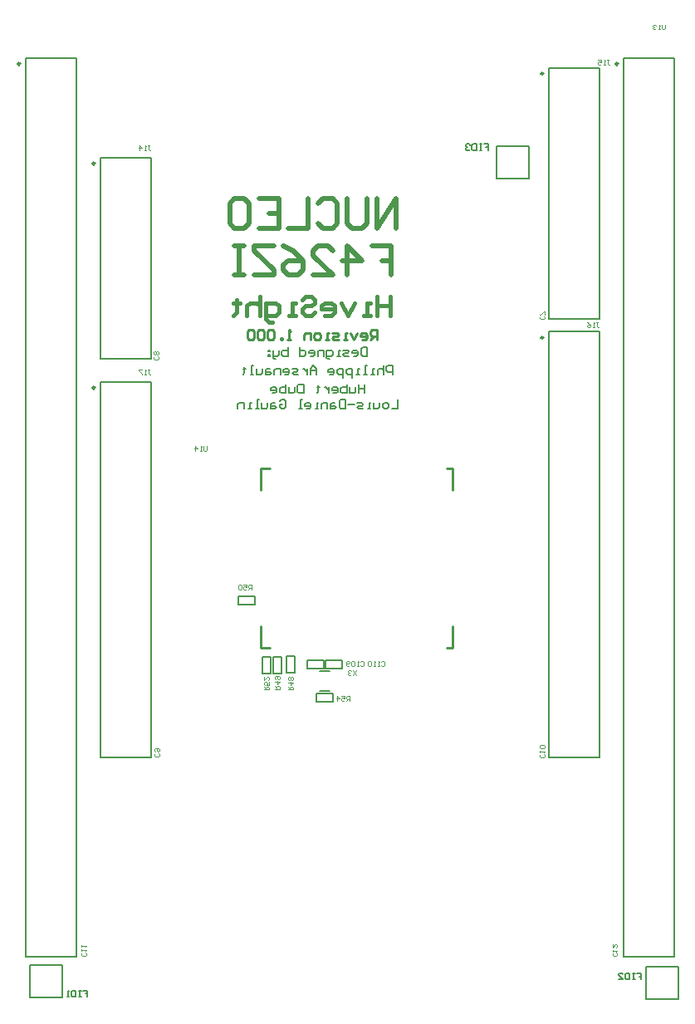
<source format=gbo>
G04*
G04 #@! TF.GenerationSoftware,Altium Limited,Altium Designer,20.1.11 (218)*
G04*
G04 Layer_Color=32896*
%FSLAX24Y24*%
%MOIN*%
G70*
G04*
G04 #@! TF.SameCoordinates,770896B2-6F71-4FE4-8A08-8FF8A83ACC75*
G04*
G04*
G04 #@! TF.FilePolarity,Positive*
G04*
G01*
G75*
%ADD11C,0.0100*%
%ADD12C,0.0098*%
%ADD13C,0.0050*%
%ADD14C,0.0197*%
%ADD17C,0.0060*%
%ADD18C,0.0080*%
%ADD19C,0.0070*%
%ADD23C,0.0047*%
%ADD204C,0.0157*%
%ADD239C,0.0090*%
D11*
X17918Y23261D02*
Y24130D01*
X17705D02*
X17918D01*
X10236Y23261D02*
Y24130D01*
X10580D01*
X10216Y23261D02*
Y24130D01*
X10560D01*
X17918Y16907D02*
Y17775D01*
X17705Y16907D02*
X17918D01*
X10236Y23262D02*
Y24130D01*
X10580D01*
X10236Y16907D02*
Y17775D01*
Y16907D02*
X10580D01*
D12*
X24574Y40363D02*
G03*
X24574Y40363I-50J0D01*
G01*
X21574Y39973D02*
G03*
X21574Y39973I-50J0D01*
G01*
Y29373D02*
G03*
X21574Y29373I-50J0D01*
G01*
X3575Y36363D02*
G03*
X3575Y36363I-50J0D01*
G01*
X575Y40363D02*
G03*
X575Y40363I-50J0D01*
G01*
X3575Y27363D02*
G03*
X3575Y27363I-50J0D01*
G01*
D13*
X25681Y2825D02*
Y4125D01*
X26981Y2825D02*
Y4125D01*
X25681Y2825D02*
X26981D01*
X25681Y4125D02*
X26981D01*
X19687Y35755D02*
Y37055D01*
X20987Y35755D02*
Y37055D01*
X19687Y35755D02*
X20987D01*
X19687Y37055D02*
X20987D01*
X951Y2901D02*
Y4201D01*
X2251Y2901D02*
Y4201D01*
X951Y2901D02*
X2251D01*
X951Y4201D02*
X2251D01*
X12604Y15998D02*
X13011Y15993D01*
X12596Y15202D02*
X13004Y15198D01*
X12469Y14768D02*
X13138D01*
X12469Y15103D02*
X13138D01*
X12469Y14768D02*
Y15103D01*
X13138Y14768D02*
Y15103D01*
X12839Y16091D02*
X13508D01*
X12839Y16426D02*
X13508D01*
X12839Y16091D02*
Y16426D01*
X13508Y16091D02*
Y16426D01*
X12107D02*
X12777D01*
X12107Y16091D02*
X12777D01*
Y16426D01*
X12107Y16091D02*
Y16426D01*
X9998Y18648D02*
Y18982D01*
X9329Y18648D02*
Y18982D01*
X9998D01*
X9329Y18648D02*
X9998D01*
X11580Y15911D02*
Y16580D01*
X11245Y15911D02*
Y16580D01*
Y15911D02*
X11580D01*
X11245Y16580D02*
X11580D01*
X11077Y15900D02*
Y16569D01*
X10743Y15900D02*
Y16569D01*
Y15900D02*
X11077D01*
X10743Y16569D02*
X11077D01*
X10290Y15900D02*
X10625D01*
X10290Y16569D02*
X10625D01*
Y15900D02*
Y16569D01*
X10290Y15900D02*
Y16569D01*
D14*
X15670Y33767D02*
Y34948D01*
X14883Y33767D01*
Y34948D01*
X14489D02*
Y33964D01*
X14292Y33767D01*
X13899D01*
X13702Y33964D01*
Y34948D01*
X12521Y34751D02*
X12718Y34948D01*
X13112D01*
X13308Y34751D01*
Y33964D01*
X13112Y33767D01*
X12718D01*
X12521Y33964D01*
X12128Y34948D02*
Y33767D01*
X11341D01*
X10160Y34948D02*
X10947D01*
Y33767D01*
X10160D01*
X10947Y34357D02*
X10553D01*
X9176Y34948D02*
X9569D01*
X9766Y34751D01*
Y33964D01*
X9569Y33767D01*
X9176D01*
X8979Y33964D01*
Y34751D01*
X9176Y34948D01*
X14686Y33058D02*
X15473D01*
Y32468D01*
X15079D01*
X15473D01*
Y31878D01*
X13702D02*
Y33058D01*
X14292Y32468D01*
X13505D01*
X12324Y31878D02*
X13112D01*
X12324Y32665D01*
Y32862D01*
X12521Y33058D01*
X12915D01*
X13112Y32862D01*
X11144Y33058D02*
X11537Y32862D01*
X11931Y32468D01*
Y32074D01*
X11734Y31878D01*
X11341D01*
X11144Y32074D01*
Y32271D01*
X11341Y32468D01*
X11931D01*
X10750Y33058D02*
X9963D01*
Y32862D01*
X10750Y32074D01*
Y31878D01*
X9963D01*
X9569Y33058D02*
X9176D01*
X9373D01*
Y31878D01*
X9569D01*
X9176D01*
D17*
X25336Y3865D02*
X25509D01*
Y3735D01*
X25422D01*
X25509D01*
Y3606D01*
X25249Y3865D02*
X25162D01*
X25206D01*
Y3606D01*
X25249D01*
X25162D01*
X25032Y3865D02*
Y3606D01*
X24902D01*
X24859Y3649D01*
Y3822D01*
X24902Y3865D01*
X25032D01*
X24599Y3606D02*
X24772D01*
X24599Y3779D01*
Y3822D01*
X24642Y3865D01*
X24729D01*
X24772Y3822D01*
X19187Y37141D02*
X19360D01*
Y37011D01*
X19273D01*
X19360D01*
Y36881D01*
X19100Y37141D02*
X19013D01*
X19057D01*
Y36881D01*
X19100D01*
X19013D01*
X18883Y37141D02*
Y36881D01*
X18753D01*
X18710Y36924D01*
Y37097D01*
X18753Y37141D01*
X18883D01*
X18623Y37097D02*
X18580Y37141D01*
X18494D01*
X18450Y37097D01*
Y37054D01*
X18494Y37011D01*
X18537D01*
X18494D01*
X18450Y36967D01*
Y36924D01*
X18494Y36881D01*
X18580D01*
X18623Y36924D01*
X3103Y3168D02*
X3276D01*
Y3038D01*
X3189D01*
X3276D01*
Y2908D01*
X3016Y3168D02*
X2929D01*
X2973D01*
Y2908D01*
X3016D01*
X2929D01*
X2799Y3168D02*
Y2908D01*
X2669D01*
X2626Y2951D01*
Y3124D01*
X2669Y3168D01*
X2799D01*
X2540Y2908D02*
X2453D01*
X2496D01*
Y3168D01*
X2540Y3124D01*
D18*
X14494Y28986D02*
Y28626D01*
X14314D01*
X14254Y28686D01*
Y28926D01*
X14314Y28986D01*
X14494D01*
X13954Y28626D02*
X14074D01*
X14134Y28686D01*
Y28806D01*
X14074Y28866D01*
X13954D01*
X13894Y28806D01*
Y28746D01*
X14134D01*
X13774Y28626D02*
X13594D01*
X13534Y28686D01*
X13594Y28746D01*
X13714D01*
X13774Y28806D01*
X13714Y28866D01*
X13534D01*
X13414Y28626D02*
X13294D01*
X13354D01*
Y28866D01*
X13414D01*
X12994Y28506D02*
X12934D01*
X12874Y28566D01*
Y28866D01*
X13054D01*
X13114Y28806D01*
Y28686D01*
X13054Y28626D01*
X12874D01*
X12754D02*
Y28866D01*
X12574D01*
X12514Y28806D01*
Y28626D01*
X12214D02*
X12334D01*
X12394Y28686D01*
Y28806D01*
X12334Y28866D01*
X12214D01*
X12155Y28806D01*
Y28746D01*
X12394D01*
X11795Y28986D02*
Y28626D01*
X11975D01*
X12035Y28686D01*
Y28806D01*
X11975Y28866D01*
X11795D01*
X11315Y28986D02*
Y28626D01*
X11135D01*
X11075Y28686D01*
Y28746D01*
Y28806D01*
X11135Y28866D01*
X11315D01*
X10955D02*
Y28686D01*
X10895Y28626D01*
X10715D01*
Y28566D01*
X10775Y28506D01*
X10835D01*
X10715Y28626D02*
Y28866D01*
X10595D02*
X10535D01*
Y28806D01*
X10595D01*
Y28866D01*
Y28686D02*
X10535D01*
Y28626D01*
X10595D01*
Y28686D01*
X15513Y27882D02*
Y28242D01*
X15333D01*
X15273Y28182D01*
Y28062D01*
X15333Y28002D01*
X15513D01*
X15154Y28242D02*
Y27882D01*
Y28062D01*
X15094Y28122D01*
X14974D01*
X14914Y28062D01*
Y27882D01*
X14794D02*
X14674D01*
X14734D01*
Y28122D01*
X14794D01*
X14494Y27882D02*
X14374D01*
X14434D01*
Y28242D01*
X14494D01*
X14194Y27882D02*
X14074D01*
X14134D01*
Y28122D01*
X14194D01*
X13894Y27763D02*
Y28122D01*
X13714D01*
X13654Y28062D01*
Y27942D01*
X13714Y27882D01*
X13894D01*
X13534Y27763D02*
Y28122D01*
X13354D01*
X13294Y28062D01*
Y27942D01*
X13354Y27882D01*
X13534D01*
X12994D02*
X13114D01*
X13174Y27942D01*
Y28062D01*
X13114Y28122D01*
X12994D01*
X12934Y28062D01*
Y28002D01*
X13174D01*
X12454Y27882D02*
Y28122D01*
X12334Y28242D01*
X12214Y28122D01*
Y27882D01*
Y28062D01*
X12454D01*
X12095Y28122D02*
Y27882D01*
Y28002D01*
X12035Y28062D01*
X11975Y28122D01*
X11915D01*
X11735Y27882D02*
X11555D01*
X11495Y27942D01*
X11555Y28002D01*
X11675D01*
X11735Y28062D01*
X11675Y28122D01*
X11495D01*
X11195Y27882D02*
X11315D01*
X11375Y27942D01*
Y28062D01*
X11315Y28122D01*
X11195D01*
X11135Y28062D01*
Y28002D01*
X11375D01*
X11015Y27882D02*
Y28122D01*
X10835D01*
X10775Y28062D01*
Y27882D01*
X10595Y28122D02*
X10475D01*
X10415Y28062D01*
Y27882D01*
X10595D01*
X10655Y27942D01*
X10595Y28002D01*
X10415D01*
X10295Y28122D02*
Y27942D01*
X10235Y27882D01*
X10055D01*
Y28122D01*
X9935Y27882D02*
X9815D01*
X9875D01*
Y28242D01*
X9935D01*
X9575Y28182D02*
Y28122D01*
X9635D01*
X9515D01*
X9575D01*
Y27942D01*
X9515Y27882D01*
X14404Y27499D02*
Y27139D01*
Y27319D01*
X14164D01*
Y27499D01*
Y27139D01*
X14044Y27379D02*
Y27199D01*
X13984Y27139D01*
X13804D01*
Y27379D01*
X13684Y27499D02*
Y27139D01*
X13504D01*
X13444Y27199D01*
Y27259D01*
Y27319D01*
X13504Y27379D01*
X13684D01*
X13144Y27139D02*
X13264D01*
X13324Y27199D01*
Y27319D01*
X13264Y27379D01*
X13144D01*
X13084Y27319D01*
Y27259D01*
X13324D01*
X12964Y27379D02*
Y27139D01*
Y27259D01*
X12904Y27319D01*
X12844Y27379D01*
X12784D01*
X12544Y27439D02*
Y27379D01*
X12604D01*
X12484D01*
X12544D01*
Y27199D01*
X12484Y27139D01*
X11945Y27499D02*
Y27139D01*
X11765D01*
X11705Y27199D01*
Y27439D01*
X11765Y27499D01*
X11945D01*
X11585Y27379D02*
Y27199D01*
X11525Y27139D01*
X11345D01*
Y27379D01*
X11225Y27499D02*
Y27139D01*
X11045D01*
X10985Y27199D01*
Y27259D01*
Y27319D01*
X11045Y27379D01*
X11225D01*
X10685Y27139D02*
X10805D01*
X10865Y27199D01*
Y27319D01*
X10805Y27379D01*
X10685D01*
X10625Y27319D01*
Y27259D01*
X10865D01*
X15723Y26875D02*
Y26515D01*
X15483D01*
X15303D02*
X15184D01*
X15124Y26575D01*
Y26695D01*
X15184Y26755D01*
X15303D01*
X15363Y26695D01*
Y26575D01*
X15303Y26515D01*
X15004Y26755D02*
Y26575D01*
X14944Y26515D01*
X14764D01*
Y26755D01*
X14644Y26515D02*
X14524D01*
X14584D01*
Y26755D01*
X14644D01*
X14344Y26515D02*
X14164D01*
X14104Y26575D01*
X14164Y26635D01*
X14284D01*
X14344Y26695D01*
X14284Y26755D01*
X14104D01*
X13984Y26695D02*
X13744D01*
X13624Y26875D02*
Y26515D01*
X13444D01*
X13384Y26575D01*
Y26815D01*
X13444Y26875D01*
X13624D01*
X13204Y26755D02*
X13084D01*
X13024Y26695D01*
Y26515D01*
X13204D01*
X13264Y26575D01*
X13204Y26635D01*
X13024D01*
X12904Y26515D02*
Y26755D01*
X12724D01*
X12664Y26695D01*
Y26515D01*
X12544D02*
X12424D01*
X12484D01*
Y26755D01*
X12544D01*
X12065Y26515D02*
X12184D01*
X12244Y26575D01*
Y26695D01*
X12184Y26755D01*
X12065D01*
X12005Y26695D01*
Y26635D01*
X12244D01*
X11885Y26515D02*
X11765D01*
X11825D01*
Y26875D01*
X11885D01*
X10985Y26815D02*
X11045Y26875D01*
X11165D01*
X11225Y26815D01*
Y26575D01*
X11165Y26515D01*
X11045D01*
X10985Y26575D01*
Y26695D01*
X11105D01*
X10805Y26755D02*
X10685D01*
X10625Y26695D01*
Y26515D01*
X10805D01*
X10865Y26575D01*
X10805Y26635D01*
X10625D01*
X10505Y26755D02*
Y26575D01*
X10445Y26515D01*
X10265D01*
Y26755D01*
X10145Y26515D02*
X10025D01*
X10085D01*
Y26875D01*
X10145D01*
X9845Y26515D02*
X9725D01*
X9785D01*
Y26755D01*
X9845D01*
X9545Y26515D02*
Y26755D01*
X9365D01*
X9305Y26695D01*
Y26515D01*
D19*
X24781Y40595D02*
X26812D01*
X23812Y30131D02*
Y40201D01*
X21781D02*
X23812D01*
X21781Y30131D02*
X23812D01*
X21781Y29621D02*
X23812D01*
X21781Y30131D02*
Y40201D01*
X26812Y40595D02*
X26812Y4511D01*
X24781D02*
X26812D01*
X24781Y40595D02*
X24781Y4511D01*
X23812Y29621D02*
X23812Y12521D01*
X21781Y29621D02*
X21781Y12521D01*
X23812D01*
X5812Y28521D02*
Y36591D01*
X3781D02*
X5812D01*
X3781Y28521D02*
X5812D01*
X3781Y27591D02*
X5812D01*
X3781Y28521D02*
Y36591D01*
X781Y40591D02*
X2812D01*
X5812Y27591D02*
X5812Y12521D01*
X3781D02*
X5812D01*
X3781Y27591D02*
X3781Y12521D01*
X2812Y40591D02*
X2812Y4511D01*
X781Y40591D02*
X781Y4511D01*
X781D02*
X2812D01*
D23*
X24510Y4671D02*
X24543Y4638D01*
Y4572D01*
X24510Y4539D01*
X24379D01*
X24346Y4572D01*
Y4638D01*
X24379Y4671D01*
X24346Y4736D02*
Y4802D01*
Y4769D01*
X24543D01*
X24510Y4736D01*
X24346Y5031D02*
Y4900D01*
X24477Y5031D01*
X24510D01*
X24543Y4999D01*
Y4933D01*
X24510Y4900D01*
X3202Y4679D02*
X3235Y4647D01*
Y4581D01*
X3202Y4548D01*
X3071D01*
X3038Y4581D01*
Y4647D01*
X3071Y4679D01*
X3038Y4745D02*
Y4811D01*
Y4778D01*
X3235D01*
X3202Y4745D01*
X3038Y4909D02*
Y4975D01*
Y4942D01*
X3235D01*
X3202Y4909D01*
X21589Y30236D02*
X21622Y30203D01*
Y30138D01*
X21589Y30105D01*
X21458D01*
X21425Y30138D01*
Y30203D01*
X21458Y30236D01*
X21622Y30302D02*
Y30433D01*
X21589D01*
X21458Y30302D01*
X21425D01*
X21605Y12653D02*
X21638Y12620D01*
Y12554D01*
X21605Y12521D01*
X21474D01*
X21441Y12554D01*
Y12620D01*
X21474Y12653D01*
X21441Y12718D02*
Y12784D01*
Y12751D01*
X21638D01*
X21605Y12718D01*
Y12882D02*
X21638Y12915D01*
Y12981D01*
X21605Y13013D01*
X21474D01*
X21441Y12981D01*
Y12915D01*
X21474Y12882D01*
X21605D01*
X6090Y28628D02*
X6123Y28595D01*
Y28529D01*
X6090Y28497D01*
X5959D01*
X5926Y28529D01*
Y28595D01*
X5959Y28628D01*
X6090Y28693D02*
X6123Y28726D01*
Y28792D01*
X6090Y28825D01*
X6057D01*
X6024Y28792D01*
X5991Y28825D01*
X5959D01*
X5926Y28792D01*
Y28726D01*
X5959Y28693D01*
X5991D01*
X6024Y28726D01*
X6057Y28693D01*
X6090D01*
X6024Y28726D02*
Y28792D01*
X6138Y12695D02*
X6171Y12662D01*
Y12597D01*
X6138Y12564D01*
X6007D01*
X5974Y12597D01*
Y12662D01*
X6007Y12695D01*
Y12761D02*
X5974Y12794D01*
Y12859D01*
X6007Y12892D01*
X6138D01*
X6171Y12859D01*
Y12794D01*
X6138Y12761D01*
X6105D01*
X6072Y12794D01*
Y12892D01*
X14060Y16017D02*
X13929Y15820D01*
Y16017D02*
X14060Y15820D01*
X13863Y15984D02*
X13830Y16017D01*
X13765D01*
X13732Y15984D01*
Y15951D01*
X13765Y15918D01*
X13798D01*
X13765D01*
X13732Y15886D01*
Y15853D01*
X13765Y15820D01*
X13830D01*
X13863Y15853D01*
X9867Y19263D02*
Y19459D01*
X9769D01*
X9736Y19427D01*
Y19361D01*
X9769Y19328D01*
X9867D01*
X9802D02*
X9736Y19263D01*
X9539Y19459D02*
X9671D01*
Y19361D01*
X9605Y19394D01*
X9572D01*
X9539Y19361D01*
Y19295D01*
X9572Y19263D01*
X9638D01*
X9671Y19295D01*
X9474Y19427D02*
X9441Y19459D01*
X9375D01*
X9343Y19427D01*
Y19295D01*
X9375Y19263D01*
X9441D01*
X9474Y19295D01*
Y19427D01*
X10372Y15238D02*
X10569D01*
Y15336D01*
X10536Y15369D01*
X10470D01*
X10437Y15336D01*
Y15238D01*
Y15303D02*
X10372Y15369D01*
X10569Y15566D02*
Y15434D01*
X10470D01*
X10503Y15500D01*
Y15533D01*
X10470Y15566D01*
X10405D01*
X10372Y15533D01*
Y15467D01*
X10405Y15434D01*
X10372Y15762D02*
Y15631D01*
X10503Y15762D01*
X10536D01*
X10569Y15730D01*
Y15664D01*
X10536Y15631D01*
X8062Y25016D02*
Y24852D01*
X8029Y24819D01*
X7963D01*
X7930Y24852D01*
Y25016D01*
X7865Y24819D02*
X7799D01*
X7832D01*
Y25016D01*
X7865Y24983D01*
X7602Y24819D02*
Y25016D01*
X7701Y24918D01*
X7570D01*
X13801Y14801D02*
Y14998D01*
X13702D01*
X13670Y14965D01*
Y14900D01*
X13702Y14867D01*
X13801D01*
X13735D02*
X13670Y14801D01*
X13473Y14998D02*
X13604D01*
Y14900D01*
X13538Y14932D01*
X13506D01*
X13473Y14900D01*
Y14834D01*
X13506Y14801D01*
X13571D01*
X13604Y14834D01*
X13309Y14801D02*
Y14998D01*
X13407Y14900D01*
X13276D01*
X10794Y15249D02*
X10991D01*
Y15347D01*
X10958Y15380D01*
X10892D01*
X10860Y15347D01*
Y15249D01*
Y15314D02*
X10794Y15380D01*
Y15544D02*
X10991D01*
X10892Y15446D01*
Y15577D01*
X10827Y15642D02*
X10794Y15675D01*
Y15741D01*
X10827Y15774D01*
X10958D01*
X10991Y15741D01*
Y15675D01*
X10958Y15642D01*
X10925D01*
X10892Y15675D01*
Y15774D01*
X11340Y15238D02*
X11537D01*
Y15336D01*
X11504Y15369D01*
X11438D01*
X11405Y15336D01*
Y15238D01*
Y15303D02*
X11340Y15369D01*
Y15533D02*
X11537D01*
X11438Y15434D01*
Y15566D01*
X11504Y15631D02*
X11537Y15664D01*
Y15730D01*
X11504Y15762D01*
X11471D01*
X11438Y15730D01*
X11405Y15762D01*
X11373D01*
X11340Y15730D01*
Y15664D01*
X11373Y15631D01*
X11405D01*
X11438Y15664D01*
X11471Y15631D01*
X11504D01*
X11438Y15664D02*
Y15730D01*
X15054Y16368D02*
X15086Y16401D01*
X15152D01*
X15185Y16368D01*
Y16237D01*
X15152Y16204D01*
X15086D01*
X15054Y16237D01*
X14988Y16204D02*
X14922D01*
X14955D01*
Y16401D01*
X14988Y16368D01*
X14824Y16204D02*
X14758D01*
X14791D01*
Y16401D01*
X14824Y16368D01*
X14660D02*
X14627Y16401D01*
X14562D01*
X14529Y16368D01*
Y16237D01*
X14562Y16204D01*
X14627D01*
X14660Y16237D01*
Y16368D01*
X14228D02*
X14261Y16401D01*
X14327D01*
X14359Y16368D01*
Y16237D01*
X14327Y16204D01*
X14261D01*
X14228Y16237D01*
X14163Y16204D02*
X14097D01*
X14130D01*
Y16401D01*
X14163Y16368D01*
X13999D02*
X13966Y16401D01*
X13900D01*
X13867Y16368D01*
Y16237D01*
X13900Y16204D01*
X13966D01*
X13999Y16237D01*
Y16368D01*
X13802Y16237D02*
X13769Y16204D01*
X13703D01*
X13671Y16237D01*
Y16368D01*
X13703Y16401D01*
X13769D01*
X13802Y16368D01*
Y16335D01*
X13769Y16303D01*
X13671D01*
X26462Y41936D02*
Y41772D01*
X26429Y41739D01*
X26363D01*
X26331Y41772D01*
Y41936D01*
X26265Y41739D02*
X26199D01*
X26232D01*
Y41936D01*
X26265Y41903D01*
X26101D02*
X26068Y41936D01*
X26003D01*
X25970Y41903D01*
Y41870D01*
X26003Y41837D01*
X26035D01*
X26003D01*
X25970Y41804D01*
Y41772D01*
X26003Y41739D01*
X26068D01*
X26101Y41772D01*
X23701Y29986D02*
X23766D01*
X23734D01*
Y29822D01*
X23766Y29789D01*
X23799D01*
X23832Y29822D01*
X23635Y29789D02*
X23570D01*
X23602D01*
Y29986D01*
X23635Y29953D01*
X23340Y29986D02*
X23406Y29953D01*
X23471Y29887D01*
Y29822D01*
X23438Y29789D01*
X23373D01*
X23340Y29822D01*
Y29855D01*
X23373Y29887D01*
X23471D01*
X5692Y28100D02*
X5758D01*
X5725D01*
Y27936D01*
X5758Y27903D01*
X5790D01*
X5823Y27936D01*
X5626Y27903D02*
X5561D01*
X5594D01*
Y28100D01*
X5626Y28067D01*
X5462Y28100D02*
X5331D01*
Y28067D01*
X5462Y27936D01*
Y27903D01*
X24136Y40516D02*
X24202D01*
X24169D01*
Y40352D01*
X24202Y40319D01*
X24234D01*
X24267Y40352D01*
X24070Y40319D02*
X24005D01*
X24038D01*
Y40516D01*
X24070Y40483D01*
X23775Y40516D02*
X23906D01*
Y40417D01*
X23841Y40450D01*
X23808D01*
X23775Y40417D01*
Y40352D01*
X23808Y40319D01*
X23874D01*
X23906Y40352D01*
X5692Y37090D02*
X5758D01*
X5725D01*
Y36926D01*
X5758Y36893D01*
X5790D01*
X5823Y36926D01*
X5626Y36893D02*
X5561D01*
X5594D01*
Y37090D01*
X5626Y37057D01*
X5364Y36893D02*
Y37090D01*
X5462Y36992D01*
X5331D01*
D204*
X15425Y31032D02*
Y30245D01*
Y30639D01*
X14901D01*
Y31032D01*
Y30245D01*
X14638D02*
X14376D01*
X14507D01*
Y30770D01*
X14638D01*
X13982D02*
X13720Y30245D01*
X13457Y30770D01*
X12801Y30245D02*
X13064D01*
X13195Y30376D01*
Y30639D01*
X13064Y30770D01*
X12801D01*
X12670Y30639D01*
Y30508D01*
X13195D01*
X11883Y30901D02*
X12014Y31032D01*
X12277D01*
X12408Y30901D01*
Y30770D01*
X12277Y30639D01*
X12014D01*
X11883Y30508D01*
Y30376D01*
X12014Y30245D01*
X12277D01*
X12408Y30376D01*
X11621Y30245D02*
X11358D01*
X11490D01*
Y30770D01*
X11621D01*
X10702Y29983D02*
X10571D01*
X10440Y30114D01*
Y30770D01*
X10834D01*
X10965Y30639D01*
Y30376D01*
X10834Y30245D01*
X10440D01*
X10178Y31032D02*
Y30245D01*
Y30639D01*
X10046Y30770D01*
X9784D01*
X9653Y30639D01*
Y30245D01*
X9259Y30901D02*
Y30770D01*
X9391D01*
X9128D01*
X9259D01*
Y30376D01*
X9128Y30245D01*
D239*
X14902Y29300D02*
Y29700D01*
X14702D01*
X14635Y29633D01*
Y29500D01*
X14702Y29433D01*
X14902D01*
X14769D02*
X14635Y29300D01*
X14302D02*
X14435D01*
X14502Y29366D01*
Y29500D01*
X14435Y29566D01*
X14302D01*
X14235Y29500D01*
Y29433D01*
X14502D01*
X14102Y29566D02*
X13969Y29300D01*
X13836Y29566D01*
X13702Y29300D02*
X13569D01*
X13636D01*
Y29566D01*
X13702D01*
X13369Y29300D02*
X13169D01*
X13102Y29366D01*
X13169Y29433D01*
X13302D01*
X13369Y29500D01*
X13302Y29566D01*
X13102D01*
X12969Y29300D02*
X12836D01*
X12903D01*
Y29566D01*
X12969D01*
X12569Y29300D02*
X12436D01*
X12369Y29366D01*
Y29500D01*
X12436Y29566D01*
X12569D01*
X12636Y29500D01*
Y29366D01*
X12569Y29300D01*
X12236D02*
Y29566D01*
X12036D01*
X11970Y29500D01*
Y29300D01*
X11436D02*
X11303D01*
X11370D01*
Y29700D01*
X11436Y29633D01*
X11103Y29300D02*
Y29366D01*
X11036D01*
Y29300D01*
X11103D01*
X10770Y29633D02*
X10703Y29700D01*
X10570D01*
X10503Y29633D01*
Y29366D01*
X10570Y29300D01*
X10703D01*
X10770Y29366D01*
Y29633D01*
X10370D02*
X10303Y29700D01*
X10170D01*
X10103Y29633D01*
Y29366D01*
X10170Y29300D01*
X10303D01*
X10370Y29366D01*
Y29633D01*
X9970D02*
X9904Y29700D01*
X9770D01*
X9704Y29633D01*
Y29366D01*
X9770Y29300D01*
X9904D01*
X9970Y29366D01*
Y29633D01*
M02*

</source>
